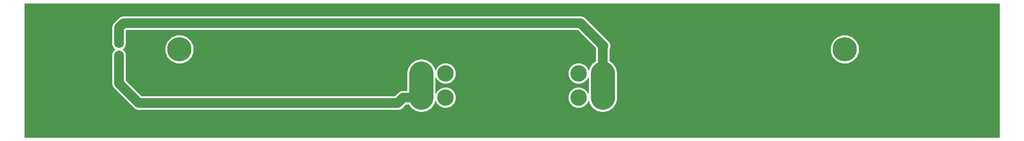
<source format=gbr>
G04 #@! TF.GenerationSoftware,KiCad,Pcbnew,5.0.1-33cea8e~68~ubuntu16.04.1*
G04 #@! TF.CreationDate,2021-06-01T15:02:01-04:00*
G04 #@! TF.ProjectId,mitch,6D697463682E6B696361645F70636200,rev?*
G04 #@! TF.SameCoordinates,Original*
G04 #@! TF.FileFunction,Copper,L2,Bot,Signal*
G04 #@! TF.FilePolarity,Positive*
%FSLAX46Y46*%
G04 Gerber Fmt 4.6, Leading zero omitted, Abs format (unit mm)*
G04 Created by KiCad (PCBNEW 5.0.1-33cea8e~68~ubuntu16.04.1) date mar 01 jun 2021 15:02:01 -04*
%MOMM*%
%LPD*%
G01*
G04 APERTURE LIST*
G04 #@! TA.AperFunction,ViaPad*
%ADD10C,2.540000*%
G04 #@! TD*
G04 #@! TA.AperFunction,ViaPad*
%ADD11C,6.350000*%
G04 #@! TD*
G04 #@! TA.AperFunction,ViaPad*
%ADD12C,4.318000*%
G04 #@! TD*
G04 #@! TA.AperFunction,Conductor*
%ADD13C,6.350000*%
G04 #@! TD*
G04 #@! TA.AperFunction,Conductor*
%ADD14C,2.540000*%
G04 #@! TD*
G04 #@! TA.AperFunction,NonConductor*
%ADD15C,0.254000*%
G04 #@! TD*
G04 APERTURE END LIST*
D10*
G04 #@! TO.N,*
X50800000Y-28292660D03*
X50800000Y-31467660D03*
D11*
X66675000Y-29880160D03*
D12*
X130175000Y-42580160D03*
X130175000Y-36230160D03*
X136525000Y-42580160D03*
X136525000Y-36230160D03*
X177800000Y-42580160D03*
X177800000Y-36230160D03*
X171450000Y-42580160D03*
X171450000Y-36230160D03*
D11*
X241300000Y-29880160D03*
G04 #@! TD*
D13*
G04 #@! TO.N,*
X130175000Y-36230160D02*
X130175000Y-42580160D01*
X177800000Y-36230160D02*
X177800000Y-42580160D01*
D14*
X50800000Y-31467660D02*
X50800000Y-38800000D01*
X50800000Y-38800000D02*
X56000000Y-44000000D01*
X56000000Y-44000000D02*
X124000000Y-44000000D01*
X125419840Y-42580160D02*
X130175000Y-42580160D01*
X124000000Y-44000000D02*
X125419840Y-42580160D01*
X178000000Y-29000000D02*
X177800000Y-29200000D01*
X177800000Y-29200000D02*
X177800000Y-36230160D01*
X50800000Y-28292660D02*
X50800000Y-24200000D01*
X50800000Y-24200000D02*
X52000000Y-23000000D01*
X52000000Y-23000000D02*
X172000000Y-23000000D01*
X172000000Y-23000000D02*
X178000000Y-29000000D01*
G04 #@! TD*
D15*
G36*
X281865001Y-52982660D02*
X26110000Y-52982660D01*
X26110000Y-24200000D01*
X48857680Y-24200000D01*
X48895001Y-24387625D01*
X48895000Y-27913732D01*
X48895000Y-28671588D01*
X48968208Y-28848328D01*
X49005529Y-29035953D01*
X49111810Y-29195013D01*
X49185019Y-29371756D01*
X49320292Y-29507029D01*
X49426572Y-29666088D01*
X49585631Y-29772368D01*
X49693423Y-29880160D01*
X49585631Y-29987952D01*
X49426572Y-30094232D01*
X49320292Y-30253291D01*
X49185019Y-30388564D01*
X49111810Y-30565307D01*
X49005529Y-30724367D01*
X48968208Y-30911992D01*
X48895000Y-31088732D01*
X48895000Y-31280035D01*
X48895001Y-38612374D01*
X48857680Y-38800000D01*
X49005530Y-39543294D01*
X49320290Y-40014366D01*
X49320293Y-40014369D01*
X49426573Y-40173428D01*
X49585632Y-40279708D01*
X54520292Y-45214369D01*
X54626572Y-45373428D01*
X54785631Y-45479708D01*
X54785633Y-45479710D01*
X55256705Y-45794471D01*
X55374928Y-45817987D01*
X55812374Y-45905000D01*
X55812378Y-45905000D01*
X56000000Y-45942320D01*
X56187622Y-45905000D01*
X123812379Y-45905000D01*
X124000000Y-45942320D01*
X124187621Y-45905000D01*
X124187626Y-45905000D01*
X124743294Y-45794471D01*
X125373428Y-45373428D01*
X125479710Y-45214366D01*
X126208917Y-44485160D01*
X126865634Y-44485160D01*
X127428144Y-45327017D01*
X128688413Y-46169101D01*
X130175000Y-46464802D01*
X131661588Y-46169101D01*
X132921857Y-45327017D01*
X133763941Y-44066748D01*
X133878339Y-43491630D01*
X134156361Y-44162834D01*
X134942326Y-44948799D01*
X135969239Y-45374160D01*
X137080761Y-45374160D01*
X138107674Y-44948799D01*
X138893639Y-44162834D01*
X139319000Y-43135921D01*
X139319000Y-42024399D01*
X138893639Y-40997486D01*
X138107674Y-40211521D01*
X137080761Y-39786160D01*
X135969239Y-39786160D01*
X134942326Y-40211521D01*
X134156361Y-40997486D01*
X133985000Y-41411188D01*
X133985000Y-37399132D01*
X134156361Y-37812834D01*
X134942326Y-38598799D01*
X135969239Y-39024160D01*
X137080761Y-39024160D01*
X138107674Y-38598799D01*
X138893639Y-37812834D01*
X139319000Y-36785921D01*
X139319000Y-35674399D01*
X138893639Y-34647486D01*
X138107674Y-33861521D01*
X137080761Y-33436160D01*
X135969239Y-33436160D01*
X134942326Y-33861521D01*
X134156361Y-34647486D01*
X133878339Y-35318690D01*
X133763941Y-34743572D01*
X132921857Y-33483303D01*
X131661587Y-32641219D01*
X130175000Y-32345518D01*
X128688412Y-32641219D01*
X127428143Y-33483303D01*
X126586059Y-34743573D01*
X126365000Y-35854911D01*
X126365001Y-40675160D01*
X125607461Y-40675160D01*
X125419840Y-40637840D01*
X125232219Y-40675160D01*
X125232214Y-40675160D01*
X124676546Y-40785689D01*
X124676544Y-40785690D01*
X124676545Y-40785690D01*
X124205473Y-41100450D01*
X124205471Y-41100452D01*
X124046412Y-41206732D01*
X123940132Y-41365792D01*
X123210924Y-42095000D01*
X56789077Y-42095000D01*
X52705000Y-38010924D01*
X52705000Y-31088732D01*
X52631792Y-30911993D01*
X52594471Y-30724366D01*
X52488189Y-30565305D01*
X52414981Y-30388564D01*
X52279708Y-30253291D01*
X52173428Y-30094232D01*
X52014369Y-29987952D01*
X51906577Y-29880160D01*
X52014369Y-29772368D01*
X52173428Y-29666088D01*
X52279708Y-29507029D01*
X52414981Y-29371756D01*
X52488189Y-29195015D01*
X52536773Y-29122304D01*
X62865000Y-29122304D01*
X62865000Y-30638016D01*
X63445038Y-32038351D01*
X64516809Y-33110122D01*
X65917144Y-33690160D01*
X67432856Y-33690160D01*
X68833191Y-33110122D01*
X69904962Y-32038351D01*
X70485000Y-30638016D01*
X70485000Y-29122304D01*
X69904962Y-27721969D01*
X68833191Y-26650198D01*
X67432856Y-26070160D01*
X65917144Y-26070160D01*
X64516809Y-26650198D01*
X63445038Y-27721969D01*
X62865000Y-29122304D01*
X52536773Y-29122304D01*
X52594471Y-29035954D01*
X52631792Y-28848327D01*
X52705000Y-28671588D01*
X52705000Y-24989076D01*
X52789075Y-24905000D01*
X171210924Y-24905000D01*
X175895000Y-29589077D01*
X175895001Y-32920792D01*
X175053143Y-33483303D01*
X174211059Y-34743573D01*
X174096661Y-35318690D01*
X173818639Y-34647486D01*
X173032674Y-33861521D01*
X172005761Y-33436160D01*
X170894239Y-33436160D01*
X169867326Y-33861521D01*
X169081361Y-34647486D01*
X168656000Y-35674399D01*
X168656000Y-36785921D01*
X169081361Y-37812834D01*
X169867326Y-38598799D01*
X170894239Y-39024160D01*
X172005761Y-39024160D01*
X173032674Y-38598799D01*
X173818639Y-37812834D01*
X173990000Y-37399132D01*
X173990001Y-41411190D01*
X173818639Y-40997486D01*
X173032674Y-40211521D01*
X172005761Y-39786160D01*
X170894239Y-39786160D01*
X169867326Y-40211521D01*
X169081361Y-40997486D01*
X168656000Y-42024399D01*
X168656000Y-43135921D01*
X169081361Y-44162834D01*
X169867326Y-44948799D01*
X170894239Y-45374160D01*
X172005761Y-45374160D01*
X173032674Y-44948799D01*
X173818639Y-44162834D01*
X174096661Y-43491628D01*
X174211060Y-44066748D01*
X175053144Y-45327017D01*
X176313413Y-46169101D01*
X177800000Y-46464802D01*
X179286588Y-46169101D01*
X180546857Y-45327017D01*
X181388941Y-44066748D01*
X181610000Y-42955410D01*
X181610000Y-35854910D01*
X181388941Y-34743572D01*
X180546857Y-33483303D01*
X179705000Y-32920793D01*
X179705000Y-29877196D01*
X179794471Y-29743294D01*
X179917992Y-29122304D01*
X237490000Y-29122304D01*
X237490000Y-30638016D01*
X238070038Y-32038351D01*
X239141809Y-33110122D01*
X240542144Y-33690160D01*
X242057856Y-33690160D01*
X243458191Y-33110122D01*
X244529962Y-32038351D01*
X245110000Y-30638016D01*
X245110000Y-29122304D01*
X244529962Y-27721969D01*
X243458191Y-26650198D01*
X242057856Y-26070160D01*
X240542144Y-26070160D01*
X239141809Y-26650198D01*
X238070038Y-27721969D01*
X237490000Y-29122304D01*
X179917992Y-29122304D01*
X179942320Y-29000000D01*
X179794471Y-28256706D01*
X179373428Y-27626572D01*
X179214369Y-27520292D01*
X173479710Y-21785634D01*
X173373428Y-21626572D01*
X172743294Y-21205529D01*
X172187626Y-21095000D01*
X172187621Y-21095000D01*
X172000000Y-21057680D01*
X171812379Y-21095000D01*
X52187620Y-21095000D01*
X51999999Y-21057680D01*
X51812378Y-21095000D01*
X51812374Y-21095000D01*
X51256706Y-21205529D01*
X50626572Y-21626572D01*
X50520288Y-21785637D01*
X49585633Y-22720291D01*
X49426573Y-22826572D01*
X49320293Y-22985631D01*
X49320290Y-22985634D01*
X49005530Y-23456706D01*
X48857680Y-24200000D01*
X26110000Y-24200000D01*
X26110000Y-17890160D01*
X281865000Y-17890160D01*
X281865001Y-52982660D01*
X281865001Y-52982660D01*
G37*
X281865001Y-52982660D02*
X26110000Y-52982660D01*
X26110000Y-24200000D01*
X48857680Y-24200000D01*
X48895001Y-24387625D01*
X48895000Y-27913732D01*
X48895000Y-28671588D01*
X48968208Y-28848328D01*
X49005529Y-29035953D01*
X49111810Y-29195013D01*
X49185019Y-29371756D01*
X49320292Y-29507029D01*
X49426572Y-29666088D01*
X49585631Y-29772368D01*
X49693423Y-29880160D01*
X49585631Y-29987952D01*
X49426572Y-30094232D01*
X49320292Y-30253291D01*
X49185019Y-30388564D01*
X49111810Y-30565307D01*
X49005529Y-30724367D01*
X48968208Y-30911992D01*
X48895000Y-31088732D01*
X48895000Y-31280035D01*
X48895001Y-38612374D01*
X48857680Y-38800000D01*
X49005530Y-39543294D01*
X49320290Y-40014366D01*
X49320293Y-40014369D01*
X49426573Y-40173428D01*
X49585632Y-40279708D01*
X54520292Y-45214369D01*
X54626572Y-45373428D01*
X54785631Y-45479708D01*
X54785633Y-45479710D01*
X55256705Y-45794471D01*
X55374928Y-45817987D01*
X55812374Y-45905000D01*
X55812378Y-45905000D01*
X56000000Y-45942320D01*
X56187622Y-45905000D01*
X123812379Y-45905000D01*
X124000000Y-45942320D01*
X124187621Y-45905000D01*
X124187626Y-45905000D01*
X124743294Y-45794471D01*
X125373428Y-45373428D01*
X125479710Y-45214366D01*
X126208917Y-44485160D01*
X126865634Y-44485160D01*
X127428144Y-45327017D01*
X128688413Y-46169101D01*
X130175000Y-46464802D01*
X131661588Y-46169101D01*
X132921857Y-45327017D01*
X133763941Y-44066748D01*
X133878339Y-43491630D01*
X134156361Y-44162834D01*
X134942326Y-44948799D01*
X135969239Y-45374160D01*
X137080761Y-45374160D01*
X138107674Y-44948799D01*
X138893639Y-44162834D01*
X139319000Y-43135921D01*
X139319000Y-42024399D01*
X138893639Y-40997486D01*
X138107674Y-40211521D01*
X137080761Y-39786160D01*
X135969239Y-39786160D01*
X134942326Y-40211521D01*
X134156361Y-40997486D01*
X133985000Y-41411188D01*
X133985000Y-37399132D01*
X134156361Y-37812834D01*
X134942326Y-38598799D01*
X135969239Y-39024160D01*
X137080761Y-39024160D01*
X138107674Y-38598799D01*
X138893639Y-37812834D01*
X139319000Y-36785921D01*
X139319000Y-35674399D01*
X138893639Y-34647486D01*
X138107674Y-33861521D01*
X137080761Y-33436160D01*
X135969239Y-33436160D01*
X134942326Y-33861521D01*
X134156361Y-34647486D01*
X133878339Y-35318690D01*
X133763941Y-34743572D01*
X132921857Y-33483303D01*
X131661587Y-32641219D01*
X130175000Y-32345518D01*
X128688412Y-32641219D01*
X127428143Y-33483303D01*
X126586059Y-34743573D01*
X126365000Y-35854911D01*
X126365001Y-40675160D01*
X125607461Y-40675160D01*
X125419840Y-40637840D01*
X125232219Y-40675160D01*
X125232214Y-40675160D01*
X124676546Y-40785689D01*
X124676544Y-40785690D01*
X124676545Y-40785690D01*
X124205473Y-41100450D01*
X124205471Y-41100452D01*
X124046412Y-41206732D01*
X123940132Y-41365792D01*
X123210924Y-42095000D01*
X56789077Y-42095000D01*
X52705000Y-38010924D01*
X52705000Y-31088732D01*
X52631792Y-30911993D01*
X52594471Y-30724366D01*
X52488189Y-30565305D01*
X52414981Y-30388564D01*
X52279708Y-30253291D01*
X52173428Y-30094232D01*
X52014369Y-29987952D01*
X51906577Y-29880160D01*
X52014369Y-29772368D01*
X52173428Y-29666088D01*
X52279708Y-29507029D01*
X52414981Y-29371756D01*
X52488189Y-29195015D01*
X52536773Y-29122304D01*
X62865000Y-29122304D01*
X62865000Y-30638016D01*
X63445038Y-32038351D01*
X64516809Y-33110122D01*
X65917144Y-33690160D01*
X67432856Y-33690160D01*
X68833191Y-33110122D01*
X69904962Y-32038351D01*
X70485000Y-30638016D01*
X70485000Y-29122304D01*
X69904962Y-27721969D01*
X68833191Y-26650198D01*
X67432856Y-26070160D01*
X65917144Y-26070160D01*
X64516809Y-26650198D01*
X63445038Y-27721969D01*
X62865000Y-29122304D01*
X52536773Y-29122304D01*
X52594471Y-29035954D01*
X52631792Y-28848327D01*
X52705000Y-28671588D01*
X52705000Y-24989076D01*
X52789075Y-24905000D01*
X171210924Y-24905000D01*
X175895000Y-29589077D01*
X175895001Y-32920792D01*
X175053143Y-33483303D01*
X174211059Y-34743573D01*
X174096661Y-35318690D01*
X173818639Y-34647486D01*
X173032674Y-33861521D01*
X172005761Y-33436160D01*
X170894239Y-33436160D01*
X169867326Y-33861521D01*
X169081361Y-34647486D01*
X168656000Y-35674399D01*
X168656000Y-36785921D01*
X169081361Y-37812834D01*
X169867326Y-38598799D01*
X170894239Y-39024160D01*
X172005761Y-39024160D01*
X173032674Y-38598799D01*
X173818639Y-37812834D01*
X173990000Y-37399132D01*
X173990001Y-41411190D01*
X173818639Y-40997486D01*
X173032674Y-40211521D01*
X172005761Y-39786160D01*
X170894239Y-39786160D01*
X169867326Y-40211521D01*
X169081361Y-40997486D01*
X168656000Y-42024399D01*
X168656000Y-43135921D01*
X169081361Y-44162834D01*
X169867326Y-44948799D01*
X170894239Y-45374160D01*
X172005761Y-45374160D01*
X173032674Y-44948799D01*
X173818639Y-44162834D01*
X174096661Y-43491628D01*
X174211060Y-44066748D01*
X175053144Y-45327017D01*
X176313413Y-46169101D01*
X177800000Y-46464802D01*
X179286588Y-46169101D01*
X180546857Y-45327017D01*
X181388941Y-44066748D01*
X181610000Y-42955410D01*
X181610000Y-35854910D01*
X181388941Y-34743572D01*
X180546857Y-33483303D01*
X179705000Y-32920793D01*
X179705000Y-29877196D01*
X179794471Y-29743294D01*
X179917992Y-29122304D01*
X237490000Y-29122304D01*
X237490000Y-30638016D01*
X238070038Y-32038351D01*
X239141809Y-33110122D01*
X240542144Y-33690160D01*
X242057856Y-33690160D01*
X243458191Y-33110122D01*
X244529962Y-32038351D01*
X245110000Y-30638016D01*
X245110000Y-29122304D01*
X244529962Y-27721969D01*
X243458191Y-26650198D01*
X242057856Y-26070160D01*
X240542144Y-26070160D01*
X239141809Y-26650198D01*
X238070038Y-27721969D01*
X237490000Y-29122304D01*
X179917992Y-29122304D01*
X179942320Y-29000000D01*
X179794471Y-28256706D01*
X179373428Y-27626572D01*
X179214369Y-27520292D01*
X173479710Y-21785634D01*
X173373428Y-21626572D01*
X172743294Y-21205529D01*
X172187626Y-21095000D01*
X172187621Y-21095000D01*
X172000000Y-21057680D01*
X171812379Y-21095000D01*
X52187620Y-21095000D01*
X51999999Y-21057680D01*
X51812378Y-21095000D01*
X51812374Y-21095000D01*
X51256706Y-21205529D01*
X50626572Y-21626572D01*
X50520288Y-21785637D01*
X49585633Y-22720291D01*
X49426573Y-22826572D01*
X49320293Y-22985631D01*
X49320290Y-22985634D01*
X49005530Y-23456706D01*
X48857680Y-24200000D01*
X26110000Y-24200000D01*
X26110000Y-17890160D01*
X281865000Y-17890160D01*
X281865001Y-52982660D01*
M02*

</source>
